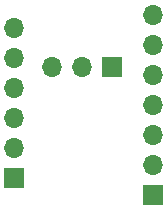
<source format=gbs>
G04 #@! TF.GenerationSoftware,KiCad,Pcbnew,(5.1.9)-1*
G04 #@! TF.CreationDate,2021-07-08T12:10:21+02:00*
G04 #@! TF.ProjectId,ttl_to_usb_adapter,74746c5f-746f-45f7-9573-625f61646170,v0.0*
G04 #@! TF.SameCoordinates,Original*
G04 #@! TF.FileFunction,Soldermask,Bot*
G04 #@! TF.FilePolarity,Negative*
%FSLAX46Y46*%
G04 Gerber Fmt 4.6, Leading zero omitted, Abs format (unit mm)*
G04 Created by KiCad (PCBNEW (5.1.9)-1) date 2021-07-08 12:10:21*
%MOMM*%
%LPD*%
G01*
G04 APERTURE LIST*
%ADD10O,1.700000X1.700000*%
%ADD11R,1.700000X1.700000*%
G04 APERTURE END LIST*
D10*
X168200000Y-87960000D03*
X168200000Y-90500000D03*
X168200000Y-93040000D03*
X168200000Y-95580000D03*
X168200000Y-98120000D03*
X168200000Y-100660000D03*
D11*
X168200000Y-103200000D03*
X164700000Y-92400000D03*
D10*
X162160000Y-92400000D03*
X159620000Y-92400000D03*
X156400000Y-89100000D03*
X156400000Y-91640000D03*
X156400000Y-94180000D03*
X156400000Y-96720000D03*
X156400000Y-99260000D03*
D11*
X156400000Y-101800000D03*
M02*

</source>
